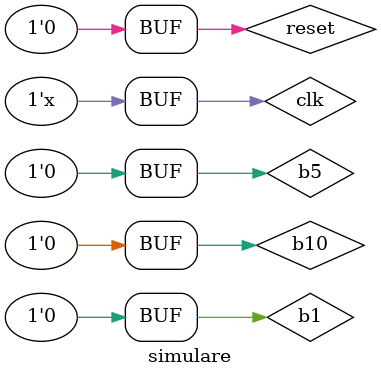
<source format=v>
`timescale 1ns / 1ps
module simulare();
reg b1, b5, b10;
reg clk, reset;
wire cola; 
wire r1, r2;

automat a(b1, b5, b10, clk, reset, cola, r1, r2);
always #20 clk = ~clk;
initial begin
    b1 = 0; b5 = 0; b10 = 0;
    clk = 0;
    reset = 1;
    #50 b1 = 0; b5 = 0; b10 = 1; reset = 0;
   #50 b1 = 0; b5 = 0; b10 = 0;reset = 0;
    #50 b1 = 0; b5 = 1; b10 = 0;reset = 0;
    #50 b1 = 0; b5 = 0 ; b10 = 0 ;reset = 0;
    #50 b1 = 1; b5 = 0; b10 = 0; reset = 0;
    #50 b1 = 1; b5 = 0; b10 = 0; reset = 0;
    #50 b1 = 1; b5 = 0; b10 = 0; reset = 0;
    #50 b1 = 0; b5 = 0; b10 = 0; reset = 0;
end
endmodule

</source>
